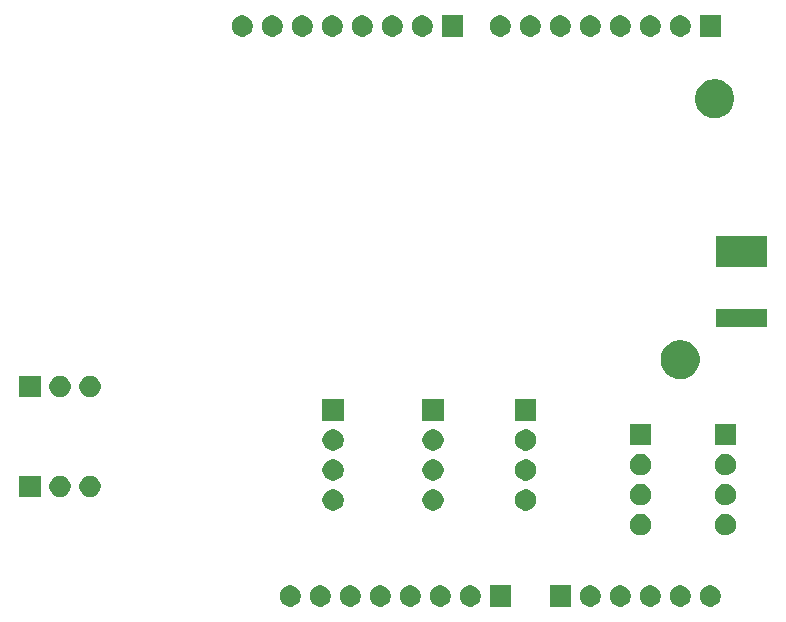
<source format=gbr>
G04 #@! TF.GenerationSoftware,KiCad,Pcbnew,(5.1.5)-3*
G04 #@! TF.CreationDate,2020-07-30T14:07:20+07:00*
G04 #@! TF.ProjectId,lora_shield,6c6f7261-5f73-4686-9965-6c642e6b6963,rev?*
G04 #@! TF.SameCoordinates,Original*
G04 #@! TF.FileFunction,Soldermask,Bot*
G04 #@! TF.FilePolarity,Negative*
%FSLAX46Y46*%
G04 Gerber Fmt 4.6, Leading zero omitted, Abs format (unit mm)*
G04 Created by KiCad (PCBNEW (5.1.5)-3) date 2020-07-30 14:07:20*
%MOMM*%
%LPD*%
G04 APERTURE LIST*
%ADD10C,0.100000*%
G04 APERTURE END LIST*
D10*
G36*
X171944512Y-112641927D02*
G01*
X172093812Y-112671624D01*
X172257784Y-112739544D01*
X172405354Y-112838147D01*
X172530853Y-112963646D01*
X172629456Y-113111216D01*
X172697376Y-113275188D01*
X172732000Y-113449259D01*
X172732000Y-113626741D01*
X172697376Y-113800812D01*
X172629456Y-113964784D01*
X172530853Y-114112354D01*
X172405354Y-114237853D01*
X172257784Y-114336456D01*
X172093812Y-114404376D01*
X171944512Y-114434073D01*
X171919742Y-114439000D01*
X171742258Y-114439000D01*
X171717488Y-114434073D01*
X171568188Y-114404376D01*
X171404216Y-114336456D01*
X171256646Y-114237853D01*
X171131147Y-114112354D01*
X171032544Y-113964784D01*
X170964624Y-113800812D01*
X170930000Y-113626741D01*
X170930000Y-113449259D01*
X170964624Y-113275188D01*
X171032544Y-113111216D01*
X171131147Y-112963646D01*
X171256646Y-112838147D01*
X171404216Y-112739544D01*
X171568188Y-112671624D01*
X171717488Y-112641927D01*
X171742258Y-112637000D01*
X171919742Y-112637000D01*
X171944512Y-112641927D01*
G37*
G36*
X161784512Y-112641927D02*
G01*
X161933812Y-112671624D01*
X162097784Y-112739544D01*
X162245354Y-112838147D01*
X162370853Y-112963646D01*
X162469456Y-113111216D01*
X162537376Y-113275188D01*
X162572000Y-113449259D01*
X162572000Y-113626741D01*
X162537376Y-113800812D01*
X162469456Y-113964784D01*
X162370853Y-114112354D01*
X162245354Y-114237853D01*
X162097784Y-114336456D01*
X161933812Y-114404376D01*
X161784512Y-114434073D01*
X161759742Y-114439000D01*
X161582258Y-114439000D01*
X161557488Y-114434073D01*
X161408188Y-114404376D01*
X161244216Y-114336456D01*
X161096646Y-114237853D01*
X160971147Y-114112354D01*
X160872544Y-113964784D01*
X160804624Y-113800812D01*
X160770000Y-113626741D01*
X160770000Y-113449259D01*
X160804624Y-113275188D01*
X160872544Y-113111216D01*
X160971147Y-112963646D01*
X161096646Y-112838147D01*
X161244216Y-112739544D01*
X161408188Y-112671624D01*
X161557488Y-112641927D01*
X161582258Y-112637000D01*
X161759742Y-112637000D01*
X161784512Y-112641927D01*
G37*
G36*
X160032000Y-114439000D02*
G01*
X158230000Y-114439000D01*
X158230000Y-112637000D01*
X160032000Y-112637000D01*
X160032000Y-114439000D01*
G37*
G36*
X164324512Y-112641927D02*
G01*
X164473812Y-112671624D01*
X164637784Y-112739544D01*
X164785354Y-112838147D01*
X164910853Y-112963646D01*
X165009456Y-113111216D01*
X165077376Y-113275188D01*
X165112000Y-113449259D01*
X165112000Y-113626741D01*
X165077376Y-113800812D01*
X165009456Y-113964784D01*
X164910853Y-114112354D01*
X164785354Y-114237853D01*
X164637784Y-114336456D01*
X164473812Y-114404376D01*
X164324512Y-114434073D01*
X164299742Y-114439000D01*
X164122258Y-114439000D01*
X164097488Y-114434073D01*
X163948188Y-114404376D01*
X163784216Y-114336456D01*
X163636646Y-114237853D01*
X163511147Y-114112354D01*
X163412544Y-113964784D01*
X163344624Y-113800812D01*
X163310000Y-113626741D01*
X163310000Y-113449259D01*
X163344624Y-113275188D01*
X163412544Y-113111216D01*
X163511147Y-112963646D01*
X163636646Y-112838147D01*
X163784216Y-112739544D01*
X163948188Y-112671624D01*
X164097488Y-112641927D01*
X164122258Y-112637000D01*
X164299742Y-112637000D01*
X164324512Y-112641927D01*
G37*
G36*
X166864512Y-112641927D02*
G01*
X167013812Y-112671624D01*
X167177784Y-112739544D01*
X167325354Y-112838147D01*
X167450853Y-112963646D01*
X167549456Y-113111216D01*
X167617376Y-113275188D01*
X167652000Y-113449259D01*
X167652000Y-113626741D01*
X167617376Y-113800812D01*
X167549456Y-113964784D01*
X167450853Y-114112354D01*
X167325354Y-114237853D01*
X167177784Y-114336456D01*
X167013812Y-114404376D01*
X166864512Y-114434073D01*
X166839742Y-114439000D01*
X166662258Y-114439000D01*
X166637488Y-114434073D01*
X166488188Y-114404376D01*
X166324216Y-114336456D01*
X166176646Y-114237853D01*
X166051147Y-114112354D01*
X165952544Y-113964784D01*
X165884624Y-113800812D01*
X165850000Y-113626741D01*
X165850000Y-113449259D01*
X165884624Y-113275188D01*
X165952544Y-113111216D01*
X166051147Y-112963646D01*
X166176646Y-112838147D01*
X166324216Y-112739544D01*
X166488188Y-112671624D01*
X166637488Y-112641927D01*
X166662258Y-112637000D01*
X166839742Y-112637000D01*
X166864512Y-112641927D01*
G37*
G36*
X169404512Y-112641927D02*
G01*
X169553812Y-112671624D01*
X169717784Y-112739544D01*
X169865354Y-112838147D01*
X169990853Y-112963646D01*
X170089456Y-113111216D01*
X170157376Y-113275188D01*
X170192000Y-113449259D01*
X170192000Y-113626741D01*
X170157376Y-113800812D01*
X170089456Y-113964784D01*
X169990853Y-114112354D01*
X169865354Y-114237853D01*
X169717784Y-114336456D01*
X169553812Y-114404376D01*
X169404512Y-114434073D01*
X169379742Y-114439000D01*
X169202258Y-114439000D01*
X169177488Y-114434073D01*
X169028188Y-114404376D01*
X168864216Y-114336456D01*
X168716646Y-114237853D01*
X168591147Y-114112354D01*
X168492544Y-113964784D01*
X168424624Y-113800812D01*
X168390000Y-113626741D01*
X168390000Y-113449259D01*
X168424624Y-113275188D01*
X168492544Y-113111216D01*
X168591147Y-112963646D01*
X168716646Y-112838147D01*
X168864216Y-112739544D01*
X169028188Y-112671624D01*
X169177488Y-112641927D01*
X169202258Y-112637000D01*
X169379742Y-112637000D01*
X169404512Y-112641927D01*
G37*
G36*
X154952000Y-114439000D02*
G01*
X153150000Y-114439000D01*
X153150000Y-112637000D01*
X154952000Y-112637000D01*
X154952000Y-114439000D01*
G37*
G36*
X151624512Y-112641927D02*
G01*
X151773812Y-112671624D01*
X151937784Y-112739544D01*
X152085354Y-112838147D01*
X152210853Y-112963646D01*
X152309456Y-113111216D01*
X152377376Y-113275188D01*
X152412000Y-113449259D01*
X152412000Y-113626741D01*
X152377376Y-113800812D01*
X152309456Y-113964784D01*
X152210853Y-114112354D01*
X152085354Y-114237853D01*
X151937784Y-114336456D01*
X151773812Y-114404376D01*
X151624512Y-114434073D01*
X151599742Y-114439000D01*
X151422258Y-114439000D01*
X151397488Y-114434073D01*
X151248188Y-114404376D01*
X151084216Y-114336456D01*
X150936646Y-114237853D01*
X150811147Y-114112354D01*
X150712544Y-113964784D01*
X150644624Y-113800812D01*
X150610000Y-113626741D01*
X150610000Y-113449259D01*
X150644624Y-113275188D01*
X150712544Y-113111216D01*
X150811147Y-112963646D01*
X150936646Y-112838147D01*
X151084216Y-112739544D01*
X151248188Y-112671624D01*
X151397488Y-112641927D01*
X151422258Y-112637000D01*
X151599742Y-112637000D01*
X151624512Y-112641927D01*
G37*
G36*
X146544512Y-112641927D02*
G01*
X146693812Y-112671624D01*
X146857784Y-112739544D01*
X147005354Y-112838147D01*
X147130853Y-112963646D01*
X147229456Y-113111216D01*
X147297376Y-113275188D01*
X147332000Y-113449259D01*
X147332000Y-113626741D01*
X147297376Y-113800812D01*
X147229456Y-113964784D01*
X147130853Y-114112354D01*
X147005354Y-114237853D01*
X146857784Y-114336456D01*
X146693812Y-114404376D01*
X146544512Y-114434073D01*
X146519742Y-114439000D01*
X146342258Y-114439000D01*
X146317488Y-114434073D01*
X146168188Y-114404376D01*
X146004216Y-114336456D01*
X145856646Y-114237853D01*
X145731147Y-114112354D01*
X145632544Y-113964784D01*
X145564624Y-113800812D01*
X145530000Y-113626741D01*
X145530000Y-113449259D01*
X145564624Y-113275188D01*
X145632544Y-113111216D01*
X145731147Y-112963646D01*
X145856646Y-112838147D01*
X146004216Y-112739544D01*
X146168188Y-112671624D01*
X146317488Y-112641927D01*
X146342258Y-112637000D01*
X146519742Y-112637000D01*
X146544512Y-112641927D01*
G37*
G36*
X144004512Y-112641927D02*
G01*
X144153812Y-112671624D01*
X144317784Y-112739544D01*
X144465354Y-112838147D01*
X144590853Y-112963646D01*
X144689456Y-113111216D01*
X144757376Y-113275188D01*
X144792000Y-113449259D01*
X144792000Y-113626741D01*
X144757376Y-113800812D01*
X144689456Y-113964784D01*
X144590853Y-114112354D01*
X144465354Y-114237853D01*
X144317784Y-114336456D01*
X144153812Y-114404376D01*
X144004512Y-114434073D01*
X143979742Y-114439000D01*
X143802258Y-114439000D01*
X143777488Y-114434073D01*
X143628188Y-114404376D01*
X143464216Y-114336456D01*
X143316646Y-114237853D01*
X143191147Y-114112354D01*
X143092544Y-113964784D01*
X143024624Y-113800812D01*
X142990000Y-113626741D01*
X142990000Y-113449259D01*
X143024624Y-113275188D01*
X143092544Y-113111216D01*
X143191147Y-112963646D01*
X143316646Y-112838147D01*
X143464216Y-112739544D01*
X143628188Y-112671624D01*
X143777488Y-112641927D01*
X143802258Y-112637000D01*
X143979742Y-112637000D01*
X144004512Y-112641927D01*
G37*
G36*
X141464512Y-112641927D02*
G01*
X141613812Y-112671624D01*
X141777784Y-112739544D01*
X141925354Y-112838147D01*
X142050853Y-112963646D01*
X142149456Y-113111216D01*
X142217376Y-113275188D01*
X142252000Y-113449259D01*
X142252000Y-113626741D01*
X142217376Y-113800812D01*
X142149456Y-113964784D01*
X142050853Y-114112354D01*
X141925354Y-114237853D01*
X141777784Y-114336456D01*
X141613812Y-114404376D01*
X141464512Y-114434073D01*
X141439742Y-114439000D01*
X141262258Y-114439000D01*
X141237488Y-114434073D01*
X141088188Y-114404376D01*
X140924216Y-114336456D01*
X140776646Y-114237853D01*
X140651147Y-114112354D01*
X140552544Y-113964784D01*
X140484624Y-113800812D01*
X140450000Y-113626741D01*
X140450000Y-113449259D01*
X140484624Y-113275188D01*
X140552544Y-113111216D01*
X140651147Y-112963646D01*
X140776646Y-112838147D01*
X140924216Y-112739544D01*
X141088188Y-112671624D01*
X141237488Y-112641927D01*
X141262258Y-112637000D01*
X141439742Y-112637000D01*
X141464512Y-112641927D01*
G37*
G36*
X138924512Y-112641927D02*
G01*
X139073812Y-112671624D01*
X139237784Y-112739544D01*
X139385354Y-112838147D01*
X139510853Y-112963646D01*
X139609456Y-113111216D01*
X139677376Y-113275188D01*
X139712000Y-113449259D01*
X139712000Y-113626741D01*
X139677376Y-113800812D01*
X139609456Y-113964784D01*
X139510853Y-114112354D01*
X139385354Y-114237853D01*
X139237784Y-114336456D01*
X139073812Y-114404376D01*
X138924512Y-114434073D01*
X138899742Y-114439000D01*
X138722258Y-114439000D01*
X138697488Y-114434073D01*
X138548188Y-114404376D01*
X138384216Y-114336456D01*
X138236646Y-114237853D01*
X138111147Y-114112354D01*
X138012544Y-113964784D01*
X137944624Y-113800812D01*
X137910000Y-113626741D01*
X137910000Y-113449259D01*
X137944624Y-113275188D01*
X138012544Y-113111216D01*
X138111147Y-112963646D01*
X138236646Y-112838147D01*
X138384216Y-112739544D01*
X138548188Y-112671624D01*
X138697488Y-112641927D01*
X138722258Y-112637000D01*
X138899742Y-112637000D01*
X138924512Y-112641927D01*
G37*
G36*
X136384512Y-112641927D02*
G01*
X136533812Y-112671624D01*
X136697784Y-112739544D01*
X136845354Y-112838147D01*
X136970853Y-112963646D01*
X137069456Y-113111216D01*
X137137376Y-113275188D01*
X137172000Y-113449259D01*
X137172000Y-113626741D01*
X137137376Y-113800812D01*
X137069456Y-113964784D01*
X136970853Y-114112354D01*
X136845354Y-114237853D01*
X136697784Y-114336456D01*
X136533812Y-114404376D01*
X136384512Y-114434073D01*
X136359742Y-114439000D01*
X136182258Y-114439000D01*
X136157488Y-114434073D01*
X136008188Y-114404376D01*
X135844216Y-114336456D01*
X135696646Y-114237853D01*
X135571147Y-114112354D01*
X135472544Y-113964784D01*
X135404624Y-113800812D01*
X135370000Y-113626741D01*
X135370000Y-113449259D01*
X135404624Y-113275188D01*
X135472544Y-113111216D01*
X135571147Y-112963646D01*
X135696646Y-112838147D01*
X135844216Y-112739544D01*
X136008188Y-112671624D01*
X136157488Y-112641927D01*
X136182258Y-112637000D01*
X136359742Y-112637000D01*
X136384512Y-112641927D01*
G37*
G36*
X149084512Y-112641927D02*
G01*
X149233812Y-112671624D01*
X149397784Y-112739544D01*
X149545354Y-112838147D01*
X149670853Y-112963646D01*
X149769456Y-113111216D01*
X149837376Y-113275188D01*
X149872000Y-113449259D01*
X149872000Y-113626741D01*
X149837376Y-113800812D01*
X149769456Y-113964784D01*
X149670853Y-114112354D01*
X149545354Y-114237853D01*
X149397784Y-114336456D01*
X149233812Y-114404376D01*
X149084512Y-114434073D01*
X149059742Y-114439000D01*
X148882258Y-114439000D01*
X148857488Y-114434073D01*
X148708188Y-114404376D01*
X148544216Y-114336456D01*
X148396646Y-114237853D01*
X148271147Y-114112354D01*
X148172544Y-113964784D01*
X148104624Y-113800812D01*
X148070000Y-113626741D01*
X148070000Y-113449259D01*
X148104624Y-113275188D01*
X148172544Y-113111216D01*
X148271147Y-112963646D01*
X148396646Y-112838147D01*
X148544216Y-112739544D01*
X148708188Y-112671624D01*
X148857488Y-112641927D01*
X148882258Y-112637000D01*
X149059742Y-112637000D01*
X149084512Y-112641927D01*
G37*
G36*
X166039012Y-106609427D02*
G01*
X166188312Y-106639124D01*
X166352284Y-106707044D01*
X166499854Y-106805647D01*
X166625353Y-106931146D01*
X166723956Y-107078716D01*
X166791876Y-107242688D01*
X166826500Y-107416759D01*
X166826500Y-107594241D01*
X166791876Y-107768312D01*
X166723956Y-107932284D01*
X166625353Y-108079854D01*
X166499854Y-108205353D01*
X166352284Y-108303956D01*
X166188312Y-108371876D01*
X166039012Y-108401573D01*
X166014242Y-108406500D01*
X165836758Y-108406500D01*
X165811988Y-108401573D01*
X165662688Y-108371876D01*
X165498716Y-108303956D01*
X165351146Y-108205353D01*
X165225647Y-108079854D01*
X165127044Y-107932284D01*
X165059124Y-107768312D01*
X165024500Y-107594241D01*
X165024500Y-107416759D01*
X165059124Y-107242688D01*
X165127044Y-107078716D01*
X165225647Y-106931146D01*
X165351146Y-106805647D01*
X165498716Y-106707044D01*
X165662688Y-106639124D01*
X165811988Y-106609427D01*
X165836758Y-106604500D01*
X166014242Y-106604500D01*
X166039012Y-106609427D01*
G37*
G36*
X173229012Y-106609427D02*
G01*
X173378312Y-106639124D01*
X173542284Y-106707044D01*
X173689854Y-106805647D01*
X173815353Y-106931146D01*
X173913956Y-107078716D01*
X173981876Y-107242688D01*
X174016500Y-107416759D01*
X174016500Y-107594241D01*
X173981876Y-107768312D01*
X173913956Y-107932284D01*
X173815353Y-108079854D01*
X173689854Y-108205353D01*
X173542284Y-108303956D01*
X173378312Y-108371876D01*
X173229012Y-108401573D01*
X173204242Y-108406500D01*
X173026758Y-108406500D01*
X173001988Y-108401573D01*
X172852688Y-108371876D01*
X172688716Y-108303956D01*
X172541146Y-108205353D01*
X172415647Y-108079854D01*
X172317044Y-107932284D01*
X172249124Y-107768312D01*
X172214500Y-107594241D01*
X172214500Y-107416759D01*
X172249124Y-107242688D01*
X172317044Y-107078716D01*
X172415647Y-106931146D01*
X172541146Y-106805647D01*
X172688716Y-106707044D01*
X172852688Y-106639124D01*
X173001988Y-106609427D01*
X173026758Y-106604500D01*
X173204242Y-106604500D01*
X173229012Y-106609427D01*
G37*
G36*
X156323512Y-104513927D02*
G01*
X156472812Y-104543624D01*
X156636784Y-104611544D01*
X156784354Y-104710147D01*
X156909853Y-104835646D01*
X157008456Y-104983216D01*
X157076376Y-105147188D01*
X157111000Y-105321259D01*
X157111000Y-105498741D01*
X157076376Y-105672812D01*
X157008456Y-105836784D01*
X156909853Y-105984354D01*
X156784354Y-106109853D01*
X156636784Y-106208456D01*
X156472812Y-106276376D01*
X156323512Y-106306073D01*
X156298742Y-106311000D01*
X156121258Y-106311000D01*
X156096488Y-106306073D01*
X155947188Y-106276376D01*
X155783216Y-106208456D01*
X155635646Y-106109853D01*
X155510147Y-105984354D01*
X155411544Y-105836784D01*
X155343624Y-105672812D01*
X155309000Y-105498741D01*
X155309000Y-105321259D01*
X155343624Y-105147188D01*
X155411544Y-104983216D01*
X155510147Y-104835646D01*
X155635646Y-104710147D01*
X155783216Y-104611544D01*
X155947188Y-104543624D01*
X156096488Y-104513927D01*
X156121258Y-104509000D01*
X156298742Y-104509000D01*
X156323512Y-104513927D01*
G37*
G36*
X140016712Y-104513927D02*
G01*
X140166012Y-104543624D01*
X140329984Y-104611544D01*
X140477554Y-104710147D01*
X140603053Y-104835646D01*
X140701656Y-104983216D01*
X140769576Y-105147188D01*
X140804200Y-105321259D01*
X140804200Y-105498741D01*
X140769576Y-105672812D01*
X140701656Y-105836784D01*
X140603053Y-105984354D01*
X140477554Y-106109853D01*
X140329984Y-106208456D01*
X140166012Y-106276376D01*
X140016712Y-106306073D01*
X139991942Y-106311000D01*
X139814458Y-106311000D01*
X139789688Y-106306073D01*
X139640388Y-106276376D01*
X139476416Y-106208456D01*
X139328846Y-106109853D01*
X139203347Y-105984354D01*
X139104744Y-105836784D01*
X139036824Y-105672812D01*
X139002200Y-105498741D01*
X139002200Y-105321259D01*
X139036824Y-105147188D01*
X139104744Y-104983216D01*
X139203347Y-104835646D01*
X139328846Y-104710147D01*
X139476416Y-104611544D01*
X139640388Y-104543624D01*
X139789688Y-104513927D01*
X139814458Y-104509000D01*
X139991942Y-104509000D01*
X140016712Y-104513927D01*
G37*
G36*
X148476712Y-104513927D02*
G01*
X148626012Y-104543624D01*
X148789984Y-104611544D01*
X148937554Y-104710147D01*
X149063053Y-104835646D01*
X149161656Y-104983216D01*
X149229576Y-105147188D01*
X149264200Y-105321259D01*
X149264200Y-105498741D01*
X149229576Y-105672812D01*
X149161656Y-105836784D01*
X149063053Y-105984354D01*
X148937554Y-106109853D01*
X148789984Y-106208456D01*
X148626012Y-106276376D01*
X148476712Y-106306073D01*
X148451942Y-106311000D01*
X148274458Y-106311000D01*
X148249688Y-106306073D01*
X148100388Y-106276376D01*
X147936416Y-106208456D01*
X147788846Y-106109853D01*
X147663347Y-105984354D01*
X147564744Y-105836784D01*
X147496824Y-105672812D01*
X147462200Y-105498741D01*
X147462200Y-105321259D01*
X147496824Y-105147188D01*
X147564744Y-104983216D01*
X147663347Y-104835646D01*
X147788846Y-104710147D01*
X147936416Y-104611544D01*
X148100388Y-104543624D01*
X148249688Y-104513927D01*
X148274458Y-104509000D01*
X148451942Y-104509000D01*
X148476712Y-104513927D01*
G37*
G36*
X166039012Y-104069427D02*
G01*
X166188312Y-104099124D01*
X166352284Y-104167044D01*
X166499854Y-104265647D01*
X166625353Y-104391146D01*
X166723956Y-104538716D01*
X166791876Y-104702688D01*
X166826500Y-104876759D01*
X166826500Y-105054241D01*
X166791876Y-105228312D01*
X166723956Y-105392284D01*
X166625353Y-105539854D01*
X166499854Y-105665353D01*
X166352284Y-105763956D01*
X166188312Y-105831876D01*
X166039012Y-105861573D01*
X166014242Y-105866500D01*
X165836758Y-105866500D01*
X165811988Y-105861573D01*
X165662688Y-105831876D01*
X165498716Y-105763956D01*
X165351146Y-105665353D01*
X165225647Y-105539854D01*
X165127044Y-105392284D01*
X165059124Y-105228312D01*
X165024500Y-105054241D01*
X165024500Y-104876759D01*
X165059124Y-104702688D01*
X165127044Y-104538716D01*
X165225647Y-104391146D01*
X165351146Y-104265647D01*
X165498716Y-104167044D01*
X165662688Y-104099124D01*
X165811988Y-104069427D01*
X165836758Y-104064500D01*
X166014242Y-104064500D01*
X166039012Y-104069427D01*
G37*
G36*
X173229012Y-104069427D02*
G01*
X173378312Y-104099124D01*
X173542284Y-104167044D01*
X173689854Y-104265647D01*
X173815353Y-104391146D01*
X173913956Y-104538716D01*
X173981876Y-104702688D01*
X174016500Y-104876759D01*
X174016500Y-105054241D01*
X173981876Y-105228312D01*
X173913956Y-105392284D01*
X173815353Y-105539854D01*
X173689854Y-105665353D01*
X173542284Y-105763956D01*
X173378312Y-105831876D01*
X173229012Y-105861573D01*
X173204242Y-105866500D01*
X173026758Y-105866500D01*
X173001988Y-105861573D01*
X172852688Y-105831876D01*
X172688716Y-105763956D01*
X172541146Y-105665353D01*
X172415647Y-105539854D01*
X172317044Y-105392284D01*
X172249124Y-105228312D01*
X172214500Y-105054241D01*
X172214500Y-104876759D01*
X172249124Y-104702688D01*
X172317044Y-104538716D01*
X172415647Y-104391146D01*
X172541146Y-104265647D01*
X172688716Y-104167044D01*
X172852688Y-104099124D01*
X173001988Y-104069427D01*
X173026758Y-104064500D01*
X173204242Y-104064500D01*
X173229012Y-104069427D01*
G37*
G36*
X119430012Y-103370927D02*
G01*
X119579312Y-103400624D01*
X119743284Y-103468544D01*
X119890854Y-103567147D01*
X120016353Y-103692646D01*
X120114956Y-103840216D01*
X120182876Y-104004188D01*
X120217500Y-104178259D01*
X120217500Y-104355741D01*
X120182876Y-104529812D01*
X120114956Y-104693784D01*
X120016353Y-104841354D01*
X119890854Y-104966853D01*
X119743284Y-105065456D01*
X119579312Y-105133376D01*
X119430012Y-105163073D01*
X119405242Y-105168000D01*
X119227758Y-105168000D01*
X119202988Y-105163073D01*
X119053688Y-105133376D01*
X118889716Y-105065456D01*
X118742146Y-104966853D01*
X118616647Y-104841354D01*
X118518044Y-104693784D01*
X118450124Y-104529812D01*
X118415500Y-104355741D01*
X118415500Y-104178259D01*
X118450124Y-104004188D01*
X118518044Y-103840216D01*
X118616647Y-103692646D01*
X118742146Y-103567147D01*
X118889716Y-103468544D01*
X119053688Y-103400624D01*
X119202988Y-103370927D01*
X119227758Y-103366000D01*
X119405242Y-103366000D01*
X119430012Y-103370927D01*
G37*
G36*
X116890012Y-103370927D02*
G01*
X117039312Y-103400624D01*
X117203284Y-103468544D01*
X117350854Y-103567147D01*
X117476353Y-103692646D01*
X117574956Y-103840216D01*
X117642876Y-104004188D01*
X117677500Y-104178259D01*
X117677500Y-104355741D01*
X117642876Y-104529812D01*
X117574956Y-104693784D01*
X117476353Y-104841354D01*
X117350854Y-104966853D01*
X117203284Y-105065456D01*
X117039312Y-105133376D01*
X116890012Y-105163073D01*
X116865242Y-105168000D01*
X116687758Y-105168000D01*
X116662988Y-105163073D01*
X116513688Y-105133376D01*
X116349716Y-105065456D01*
X116202146Y-104966853D01*
X116076647Y-104841354D01*
X115978044Y-104693784D01*
X115910124Y-104529812D01*
X115875500Y-104355741D01*
X115875500Y-104178259D01*
X115910124Y-104004188D01*
X115978044Y-103840216D01*
X116076647Y-103692646D01*
X116202146Y-103567147D01*
X116349716Y-103468544D01*
X116513688Y-103400624D01*
X116662988Y-103370927D01*
X116687758Y-103366000D01*
X116865242Y-103366000D01*
X116890012Y-103370927D01*
G37*
G36*
X115137500Y-105168000D02*
G01*
X113335500Y-105168000D01*
X113335500Y-103366000D01*
X115137500Y-103366000D01*
X115137500Y-105168000D01*
G37*
G36*
X140016712Y-101973927D02*
G01*
X140166012Y-102003624D01*
X140329984Y-102071544D01*
X140477554Y-102170147D01*
X140603053Y-102295646D01*
X140701656Y-102443216D01*
X140769576Y-102607188D01*
X140804200Y-102781259D01*
X140804200Y-102958741D01*
X140769576Y-103132812D01*
X140701656Y-103296784D01*
X140603053Y-103444354D01*
X140477554Y-103569853D01*
X140329984Y-103668456D01*
X140166012Y-103736376D01*
X140016712Y-103766073D01*
X139991942Y-103771000D01*
X139814458Y-103771000D01*
X139789688Y-103766073D01*
X139640388Y-103736376D01*
X139476416Y-103668456D01*
X139328846Y-103569853D01*
X139203347Y-103444354D01*
X139104744Y-103296784D01*
X139036824Y-103132812D01*
X139002200Y-102958741D01*
X139002200Y-102781259D01*
X139036824Y-102607188D01*
X139104744Y-102443216D01*
X139203347Y-102295646D01*
X139328846Y-102170147D01*
X139476416Y-102071544D01*
X139640388Y-102003624D01*
X139789688Y-101973927D01*
X139814458Y-101969000D01*
X139991942Y-101969000D01*
X140016712Y-101973927D01*
G37*
G36*
X148476712Y-101973927D02*
G01*
X148626012Y-102003624D01*
X148789984Y-102071544D01*
X148937554Y-102170147D01*
X149063053Y-102295646D01*
X149161656Y-102443216D01*
X149229576Y-102607188D01*
X149264200Y-102781259D01*
X149264200Y-102958741D01*
X149229576Y-103132812D01*
X149161656Y-103296784D01*
X149063053Y-103444354D01*
X148937554Y-103569853D01*
X148789984Y-103668456D01*
X148626012Y-103736376D01*
X148476712Y-103766073D01*
X148451942Y-103771000D01*
X148274458Y-103771000D01*
X148249688Y-103766073D01*
X148100388Y-103736376D01*
X147936416Y-103668456D01*
X147788846Y-103569853D01*
X147663347Y-103444354D01*
X147564744Y-103296784D01*
X147496824Y-103132812D01*
X147462200Y-102958741D01*
X147462200Y-102781259D01*
X147496824Y-102607188D01*
X147564744Y-102443216D01*
X147663347Y-102295646D01*
X147788846Y-102170147D01*
X147936416Y-102071544D01*
X148100388Y-102003624D01*
X148249688Y-101973927D01*
X148274458Y-101969000D01*
X148451942Y-101969000D01*
X148476712Y-101973927D01*
G37*
G36*
X156323512Y-101973927D02*
G01*
X156472812Y-102003624D01*
X156636784Y-102071544D01*
X156784354Y-102170147D01*
X156909853Y-102295646D01*
X157008456Y-102443216D01*
X157076376Y-102607188D01*
X157111000Y-102781259D01*
X157111000Y-102958741D01*
X157076376Y-103132812D01*
X157008456Y-103296784D01*
X156909853Y-103444354D01*
X156784354Y-103569853D01*
X156636784Y-103668456D01*
X156472812Y-103736376D01*
X156323512Y-103766073D01*
X156298742Y-103771000D01*
X156121258Y-103771000D01*
X156096488Y-103766073D01*
X155947188Y-103736376D01*
X155783216Y-103668456D01*
X155635646Y-103569853D01*
X155510147Y-103444354D01*
X155411544Y-103296784D01*
X155343624Y-103132812D01*
X155309000Y-102958741D01*
X155309000Y-102781259D01*
X155343624Y-102607188D01*
X155411544Y-102443216D01*
X155510147Y-102295646D01*
X155635646Y-102170147D01*
X155783216Y-102071544D01*
X155947188Y-102003624D01*
X156096488Y-101973927D01*
X156121258Y-101969000D01*
X156298742Y-101969000D01*
X156323512Y-101973927D01*
G37*
G36*
X173229012Y-101529427D02*
G01*
X173378312Y-101559124D01*
X173542284Y-101627044D01*
X173689854Y-101725647D01*
X173815353Y-101851146D01*
X173913956Y-101998716D01*
X173981876Y-102162688D01*
X174016500Y-102336759D01*
X174016500Y-102514241D01*
X173981876Y-102688312D01*
X173913956Y-102852284D01*
X173815353Y-102999854D01*
X173689854Y-103125353D01*
X173542284Y-103223956D01*
X173378312Y-103291876D01*
X173229012Y-103321573D01*
X173204242Y-103326500D01*
X173026758Y-103326500D01*
X173001988Y-103321573D01*
X172852688Y-103291876D01*
X172688716Y-103223956D01*
X172541146Y-103125353D01*
X172415647Y-102999854D01*
X172317044Y-102852284D01*
X172249124Y-102688312D01*
X172214500Y-102514241D01*
X172214500Y-102336759D01*
X172249124Y-102162688D01*
X172317044Y-101998716D01*
X172415647Y-101851146D01*
X172541146Y-101725647D01*
X172688716Y-101627044D01*
X172852688Y-101559124D01*
X173001988Y-101529427D01*
X173026758Y-101524500D01*
X173204242Y-101524500D01*
X173229012Y-101529427D01*
G37*
G36*
X166039012Y-101529427D02*
G01*
X166188312Y-101559124D01*
X166352284Y-101627044D01*
X166499854Y-101725647D01*
X166625353Y-101851146D01*
X166723956Y-101998716D01*
X166791876Y-102162688D01*
X166826500Y-102336759D01*
X166826500Y-102514241D01*
X166791876Y-102688312D01*
X166723956Y-102852284D01*
X166625353Y-102999854D01*
X166499854Y-103125353D01*
X166352284Y-103223956D01*
X166188312Y-103291876D01*
X166039012Y-103321573D01*
X166014242Y-103326500D01*
X165836758Y-103326500D01*
X165811988Y-103321573D01*
X165662688Y-103291876D01*
X165498716Y-103223956D01*
X165351146Y-103125353D01*
X165225647Y-102999854D01*
X165127044Y-102852284D01*
X165059124Y-102688312D01*
X165024500Y-102514241D01*
X165024500Y-102336759D01*
X165059124Y-102162688D01*
X165127044Y-101998716D01*
X165225647Y-101851146D01*
X165351146Y-101725647D01*
X165498716Y-101627044D01*
X165662688Y-101559124D01*
X165811988Y-101529427D01*
X165836758Y-101524500D01*
X166014242Y-101524500D01*
X166039012Y-101529427D01*
G37*
G36*
X148476712Y-99433927D02*
G01*
X148626012Y-99463624D01*
X148789984Y-99531544D01*
X148937554Y-99630147D01*
X149063053Y-99755646D01*
X149161656Y-99903216D01*
X149229576Y-100067188D01*
X149264200Y-100241259D01*
X149264200Y-100418741D01*
X149229576Y-100592812D01*
X149161656Y-100756784D01*
X149063053Y-100904354D01*
X148937554Y-101029853D01*
X148789984Y-101128456D01*
X148626012Y-101196376D01*
X148476712Y-101226073D01*
X148451942Y-101231000D01*
X148274458Y-101231000D01*
X148249688Y-101226073D01*
X148100388Y-101196376D01*
X147936416Y-101128456D01*
X147788846Y-101029853D01*
X147663347Y-100904354D01*
X147564744Y-100756784D01*
X147496824Y-100592812D01*
X147462200Y-100418741D01*
X147462200Y-100241259D01*
X147496824Y-100067188D01*
X147564744Y-99903216D01*
X147663347Y-99755646D01*
X147788846Y-99630147D01*
X147936416Y-99531544D01*
X148100388Y-99463624D01*
X148249688Y-99433927D01*
X148274458Y-99429000D01*
X148451942Y-99429000D01*
X148476712Y-99433927D01*
G37*
G36*
X156323512Y-99433927D02*
G01*
X156472812Y-99463624D01*
X156636784Y-99531544D01*
X156784354Y-99630147D01*
X156909853Y-99755646D01*
X157008456Y-99903216D01*
X157076376Y-100067188D01*
X157111000Y-100241259D01*
X157111000Y-100418741D01*
X157076376Y-100592812D01*
X157008456Y-100756784D01*
X156909853Y-100904354D01*
X156784354Y-101029853D01*
X156636784Y-101128456D01*
X156472812Y-101196376D01*
X156323512Y-101226073D01*
X156298742Y-101231000D01*
X156121258Y-101231000D01*
X156096488Y-101226073D01*
X155947188Y-101196376D01*
X155783216Y-101128456D01*
X155635646Y-101029853D01*
X155510147Y-100904354D01*
X155411544Y-100756784D01*
X155343624Y-100592812D01*
X155309000Y-100418741D01*
X155309000Y-100241259D01*
X155343624Y-100067188D01*
X155411544Y-99903216D01*
X155510147Y-99755646D01*
X155635646Y-99630147D01*
X155783216Y-99531544D01*
X155947188Y-99463624D01*
X156096488Y-99433927D01*
X156121258Y-99429000D01*
X156298742Y-99429000D01*
X156323512Y-99433927D01*
G37*
G36*
X140016712Y-99433927D02*
G01*
X140166012Y-99463624D01*
X140329984Y-99531544D01*
X140477554Y-99630147D01*
X140603053Y-99755646D01*
X140701656Y-99903216D01*
X140769576Y-100067188D01*
X140804200Y-100241259D01*
X140804200Y-100418741D01*
X140769576Y-100592812D01*
X140701656Y-100756784D01*
X140603053Y-100904354D01*
X140477554Y-101029853D01*
X140329984Y-101128456D01*
X140166012Y-101196376D01*
X140016712Y-101226073D01*
X139991942Y-101231000D01*
X139814458Y-101231000D01*
X139789688Y-101226073D01*
X139640388Y-101196376D01*
X139476416Y-101128456D01*
X139328846Y-101029853D01*
X139203347Y-100904354D01*
X139104744Y-100756784D01*
X139036824Y-100592812D01*
X139002200Y-100418741D01*
X139002200Y-100241259D01*
X139036824Y-100067188D01*
X139104744Y-99903216D01*
X139203347Y-99755646D01*
X139328846Y-99630147D01*
X139476416Y-99531544D01*
X139640388Y-99463624D01*
X139789688Y-99433927D01*
X139814458Y-99429000D01*
X139991942Y-99429000D01*
X140016712Y-99433927D01*
G37*
G36*
X166826500Y-100786500D02*
G01*
X165024500Y-100786500D01*
X165024500Y-98984500D01*
X166826500Y-98984500D01*
X166826500Y-100786500D01*
G37*
G36*
X174016500Y-100786500D02*
G01*
X172214500Y-100786500D01*
X172214500Y-98984500D01*
X174016500Y-98984500D01*
X174016500Y-100786500D01*
G37*
G36*
X140804200Y-98691000D02*
G01*
X139002200Y-98691000D01*
X139002200Y-96889000D01*
X140804200Y-96889000D01*
X140804200Y-98691000D01*
G37*
G36*
X157111000Y-98691000D02*
G01*
X155309000Y-98691000D01*
X155309000Y-96889000D01*
X157111000Y-96889000D01*
X157111000Y-98691000D01*
G37*
G36*
X149264200Y-98691000D02*
G01*
X147462200Y-98691000D01*
X147462200Y-96889000D01*
X149264200Y-96889000D01*
X149264200Y-98691000D01*
G37*
G36*
X116890012Y-94910927D02*
G01*
X117039312Y-94940624D01*
X117203284Y-95008544D01*
X117350854Y-95107147D01*
X117476353Y-95232646D01*
X117574956Y-95380216D01*
X117642876Y-95544188D01*
X117677500Y-95718259D01*
X117677500Y-95895741D01*
X117642876Y-96069812D01*
X117574956Y-96233784D01*
X117476353Y-96381354D01*
X117350854Y-96506853D01*
X117203284Y-96605456D01*
X117039312Y-96673376D01*
X116890012Y-96703073D01*
X116865242Y-96708000D01*
X116687758Y-96708000D01*
X116662988Y-96703073D01*
X116513688Y-96673376D01*
X116349716Y-96605456D01*
X116202146Y-96506853D01*
X116076647Y-96381354D01*
X115978044Y-96233784D01*
X115910124Y-96069812D01*
X115875500Y-95895741D01*
X115875500Y-95718259D01*
X115910124Y-95544188D01*
X115978044Y-95380216D01*
X116076647Y-95232646D01*
X116202146Y-95107147D01*
X116349716Y-95008544D01*
X116513688Y-94940624D01*
X116662988Y-94910927D01*
X116687758Y-94906000D01*
X116865242Y-94906000D01*
X116890012Y-94910927D01*
G37*
G36*
X119430012Y-94910927D02*
G01*
X119579312Y-94940624D01*
X119743284Y-95008544D01*
X119890854Y-95107147D01*
X120016353Y-95232646D01*
X120114956Y-95380216D01*
X120182876Y-95544188D01*
X120217500Y-95718259D01*
X120217500Y-95895741D01*
X120182876Y-96069812D01*
X120114956Y-96233784D01*
X120016353Y-96381354D01*
X119890854Y-96506853D01*
X119743284Y-96605456D01*
X119579312Y-96673376D01*
X119430012Y-96703073D01*
X119405242Y-96708000D01*
X119227758Y-96708000D01*
X119202988Y-96703073D01*
X119053688Y-96673376D01*
X118889716Y-96605456D01*
X118742146Y-96506853D01*
X118616647Y-96381354D01*
X118518044Y-96233784D01*
X118450124Y-96069812D01*
X118415500Y-95895741D01*
X118415500Y-95718259D01*
X118450124Y-95544188D01*
X118518044Y-95380216D01*
X118616647Y-95232646D01*
X118742146Y-95107147D01*
X118889716Y-95008544D01*
X119053688Y-94940624D01*
X119202988Y-94910927D01*
X119227758Y-94906000D01*
X119405242Y-94906000D01*
X119430012Y-94910927D01*
G37*
G36*
X115137500Y-96708000D02*
G01*
X113335500Y-96708000D01*
X113335500Y-94906000D01*
X115137500Y-94906000D01*
X115137500Y-96708000D01*
G37*
G36*
X169666256Y-91926798D02*
G01*
X169772579Y-91947947D01*
X170073042Y-92072403D01*
X170343451Y-92253085D01*
X170573415Y-92483049D01*
X170754097Y-92753458D01*
X170878553Y-93053921D01*
X170942000Y-93372891D01*
X170942000Y-93698109D01*
X170878553Y-94017079D01*
X170754097Y-94317542D01*
X170573415Y-94587951D01*
X170343451Y-94817915D01*
X170073042Y-94998597D01*
X169772579Y-95123053D01*
X169666256Y-95144202D01*
X169453611Y-95186500D01*
X169128389Y-95186500D01*
X168915744Y-95144202D01*
X168809421Y-95123053D01*
X168508958Y-94998597D01*
X168238549Y-94817915D01*
X168008585Y-94587951D01*
X167827903Y-94317542D01*
X167703447Y-94017079D01*
X167640000Y-93698109D01*
X167640000Y-93372891D01*
X167703447Y-93053921D01*
X167827903Y-92753458D01*
X168008585Y-92483049D01*
X168238549Y-92253085D01*
X168508958Y-92072403D01*
X168809421Y-91947947D01*
X168915744Y-91926798D01*
X169128389Y-91884500D01*
X169453611Y-91884500D01*
X169666256Y-91926798D01*
G37*
G36*
X176639500Y-90736500D02*
G01*
X172337500Y-90736500D01*
X172337500Y-89284500D01*
X176639500Y-89284500D01*
X176639500Y-90736500D01*
G37*
G36*
X176639499Y-85681500D02*
G01*
X172337501Y-85681500D01*
X172337501Y-83039500D01*
X176639499Y-83039500D01*
X176639499Y-85681500D01*
G37*
G36*
X172587256Y-69828798D02*
G01*
X172693579Y-69849947D01*
X172994042Y-69974403D01*
X173264451Y-70155085D01*
X173494415Y-70385049D01*
X173675097Y-70655458D01*
X173799553Y-70955921D01*
X173863000Y-71274891D01*
X173863000Y-71600109D01*
X173799553Y-71919079D01*
X173675097Y-72219542D01*
X173494415Y-72489951D01*
X173264451Y-72719915D01*
X172994042Y-72900597D01*
X172693579Y-73025053D01*
X172587256Y-73046202D01*
X172374611Y-73088500D01*
X172049389Y-73088500D01*
X171836744Y-73046202D01*
X171730421Y-73025053D01*
X171429958Y-72900597D01*
X171159549Y-72719915D01*
X170929585Y-72489951D01*
X170748903Y-72219542D01*
X170624447Y-71919079D01*
X170561000Y-71600109D01*
X170561000Y-71274891D01*
X170624447Y-70955921D01*
X170748903Y-70655458D01*
X170929585Y-70385049D01*
X171159549Y-70155085D01*
X171429958Y-69974403D01*
X171730421Y-69849947D01*
X171836744Y-69828798D01*
X172049389Y-69786500D01*
X172374611Y-69786500D01*
X172587256Y-69828798D01*
G37*
G36*
X172732000Y-66179000D02*
G01*
X170930000Y-66179000D01*
X170930000Y-64377000D01*
X172732000Y-64377000D01*
X172732000Y-66179000D01*
G37*
G36*
X169404512Y-64381927D02*
G01*
X169553812Y-64411624D01*
X169717784Y-64479544D01*
X169865354Y-64578147D01*
X169990853Y-64703646D01*
X170089456Y-64851216D01*
X170157376Y-65015188D01*
X170192000Y-65189259D01*
X170192000Y-65366741D01*
X170157376Y-65540812D01*
X170089456Y-65704784D01*
X169990853Y-65852354D01*
X169865354Y-65977853D01*
X169717784Y-66076456D01*
X169553812Y-66144376D01*
X169404512Y-66174073D01*
X169379742Y-66179000D01*
X169202258Y-66179000D01*
X169177488Y-66174073D01*
X169028188Y-66144376D01*
X168864216Y-66076456D01*
X168716646Y-65977853D01*
X168591147Y-65852354D01*
X168492544Y-65704784D01*
X168424624Y-65540812D01*
X168390000Y-65366741D01*
X168390000Y-65189259D01*
X168424624Y-65015188D01*
X168492544Y-64851216D01*
X168591147Y-64703646D01*
X168716646Y-64578147D01*
X168864216Y-64479544D01*
X169028188Y-64411624D01*
X169177488Y-64381927D01*
X169202258Y-64377000D01*
X169379742Y-64377000D01*
X169404512Y-64381927D01*
G37*
G36*
X166864512Y-64381927D02*
G01*
X167013812Y-64411624D01*
X167177784Y-64479544D01*
X167325354Y-64578147D01*
X167450853Y-64703646D01*
X167549456Y-64851216D01*
X167617376Y-65015188D01*
X167652000Y-65189259D01*
X167652000Y-65366741D01*
X167617376Y-65540812D01*
X167549456Y-65704784D01*
X167450853Y-65852354D01*
X167325354Y-65977853D01*
X167177784Y-66076456D01*
X167013812Y-66144376D01*
X166864512Y-66174073D01*
X166839742Y-66179000D01*
X166662258Y-66179000D01*
X166637488Y-66174073D01*
X166488188Y-66144376D01*
X166324216Y-66076456D01*
X166176646Y-65977853D01*
X166051147Y-65852354D01*
X165952544Y-65704784D01*
X165884624Y-65540812D01*
X165850000Y-65366741D01*
X165850000Y-65189259D01*
X165884624Y-65015188D01*
X165952544Y-64851216D01*
X166051147Y-64703646D01*
X166176646Y-64578147D01*
X166324216Y-64479544D01*
X166488188Y-64411624D01*
X166637488Y-64381927D01*
X166662258Y-64377000D01*
X166839742Y-64377000D01*
X166864512Y-64381927D01*
G37*
G36*
X164324512Y-64381927D02*
G01*
X164473812Y-64411624D01*
X164637784Y-64479544D01*
X164785354Y-64578147D01*
X164910853Y-64703646D01*
X165009456Y-64851216D01*
X165077376Y-65015188D01*
X165112000Y-65189259D01*
X165112000Y-65366741D01*
X165077376Y-65540812D01*
X165009456Y-65704784D01*
X164910853Y-65852354D01*
X164785354Y-65977853D01*
X164637784Y-66076456D01*
X164473812Y-66144376D01*
X164324512Y-66174073D01*
X164299742Y-66179000D01*
X164122258Y-66179000D01*
X164097488Y-66174073D01*
X163948188Y-66144376D01*
X163784216Y-66076456D01*
X163636646Y-65977853D01*
X163511147Y-65852354D01*
X163412544Y-65704784D01*
X163344624Y-65540812D01*
X163310000Y-65366741D01*
X163310000Y-65189259D01*
X163344624Y-65015188D01*
X163412544Y-64851216D01*
X163511147Y-64703646D01*
X163636646Y-64578147D01*
X163784216Y-64479544D01*
X163948188Y-64411624D01*
X164097488Y-64381927D01*
X164122258Y-64377000D01*
X164299742Y-64377000D01*
X164324512Y-64381927D01*
G37*
G36*
X161784512Y-64381927D02*
G01*
X161933812Y-64411624D01*
X162097784Y-64479544D01*
X162245354Y-64578147D01*
X162370853Y-64703646D01*
X162469456Y-64851216D01*
X162537376Y-65015188D01*
X162572000Y-65189259D01*
X162572000Y-65366741D01*
X162537376Y-65540812D01*
X162469456Y-65704784D01*
X162370853Y-65852354D01*
X162245354Y-65977853D01*
X162097784Y-66076456D01*
X161933812Y-66144376D01*
X161784512Y-66174073D01*
X161759742Y-66179000D01*
X161582258Y-66179000D01*
X161557488Y-66174073D01*
X161408188Y-66144376D01*
X161244216Y-66076456D01*
X161096646Y-65977853D01*
X160971147Y-65852354D01*
X160872544Y-65704784D01*
X160804624Y-65540812D01*
X160770000Y-65366741D01*
X160770000Y-65189259D01*
X160804624Y-65015188D01*
X160872544Y-64851216D01*
X160971147Y-64703646D01*
X161096646Y-64578147D01*
X161244216Y-64479544D01*
X161408188Y-64411624D01*
X161557488Y-64381927D01*
X161582258Y-64377000D01*
X161759742Y-64377000D01*
X161784512Y-64381927D01*
G37*
G36*
X159244512Y-64381927D02*
G01*
X159393812Y-64411624D01*
X159557784Y-64479544D01*
X159705354Y-64578147D01*
X159830853Y-64703646D01*
X159929456Y-64851216D01*
X159997376Y-65015188D01*
X160032000Y-65189259D01*
X160032000Y-65366741D01*
X159997376Y-65540812D01*
X159929456Y-65704784D01*
X159830853Y-65852354D01*
X159705354Y-65977853D01*
X159557784Y-66076456D01*
X159393812Y-66144376D01*
X159244512Y-66174073D01*
X159219742Y-66179000D01*
X159042258Y-66179000D01*
X159017488Y-66174073D01*
X158868188Y-66144376D01*
X158704216Y-66076456D01*
X158556646Y-65977853D01*
X158431147Y-65852354D01*
X158332544Y-65704784D01*
X158264624Y-65540812D01*
X158230000Y-65366741D01*
X158230000Y-65189259D01*
X158264624Y-65015188D01*
X158332544Y-64851216D01*
X158431147Y-64703646D01*
X158556646Y-64578147D01*
X158704216Y-64479544D01*
X158868188Y-64411624D01*
X159017488Y-64381927D01*
X159042258Y-64377000D01*
X159219742Y-64377000D01*
X159244512Y-64381927D01*
G37*
G36*
X156704512Y-64381927D02*
G01*
X156853812Y-64411624D01*
X157017784Y-64479544D01*
X157165354Y-64578147D01*
X157290853Y-64703646D01*
X157389456Y-64851216D01*
X157457376Y-65015188D01*
X157492000Y-65189259D01*
X157492000Y-65366741D01*
X157457376Y-65540812D01*
X157389456Y-65704784D01*
X157290853Y-65852354D01*
X157165354Y-65977853D01*
X157017784Y-66076456D01*
X156853812Y-66144376D01*
X156704512Y-66174073D01*
X156679742Y-66179000D01*
X156502258Y-66179000D01*
X156477488Y-66174073D01*
X156328188Y-66144376D01*
X156164216Y-66076456D01*
X156016646Y-65977853D01*
X155891147Y-65852354D01*
X155792544Y-65704784D01*
X155724624Y-65540812D01*
X155690000Y-65366741D01*
X155690000Y-65189259D01*
X155724624Y-65015188D01*
X155792544Y-64851216D01*
X155891147Y-64703646D01*
X156016646Y-64578147D01*
X156164216Y-64479544D01*
X156328188Y-64411624D01*
X156477488Y-64381927D01*
X156502258Y-64377000D01*
X156679742Y-64377000D01*
X156704512Y-64381927D01*
G37*
G36*
X154164512Y-64381927D02*
G01*
X154313812Y-64411624D01*
X154477784Y-64479544D01*
X154625354Y-64578147D01*
X154750853Y-64703646D01*
X154849456Y-64851216D01*
X154917376Y-65015188D01*
X154952000Y-65189259D01*
X154952000Y-65366741D01*
X154917376Y-65540812D01*
X154849456Y-65704784D01*
X154750853Y-65852354D01*
X154625354Y-65977853D01*
X154477784Y-66076456D01*
X154313812Y-66144376D01*
X154164512Y-66174073D01*
X154139742Y-66179000D01*
X153962258Y-66179000D01*
X153937488Y-66174073D01*
X153788188Y-66144376D01*
X153624216Y-66076456D01*
X153476646Y-65977853D01*
X153351147Y-65852354D01*
X153252544Y-65704784D01*
X153184624Y-65540812D01*
X153150000Y-65366741D01*
X153150000Y-65189259D01*
X153184624Y-65015188D01*
X153252544Y-64851216D01*
X153351147Y-64703646D01*
X153476646Y-64578147D01*
X153624216Y-64479544D01*
X153788188Y-64411624D01*
X153937488Y-64381927D01*
X153962258Y-64377000D01*
X154139742Y-64377000D01*
X154164512Y-64381927D01*
G37*
G36*
X132320512Y-64381927D02*
G01*
X132469812Y-64411624D01*
X132633784Y-64479544D01*
X132781354Y-64578147D01*
X132906853Y-64703646D01*
X133005456Y-64851216D01*
X133073376Y-65015188D01*
X133108000Y-65189259D01*
X133108000Y-65366741D01*
X133073376Y-65540812D01*
X133005456Y-65704784D01*
X132906853Y-65852354D01*
X132781354Y-65977853D01*
X132633784Y-66076456D01*
X132469812Y-66144376D01*
X132320512Y-66174073D01*
X132295742Y-66179000D01*
X132118258Y-66179000D01*
X132093488Y-66174073D01*
X131944188Y-66144376D01*
X131780216Y-66076456D01*
X131632646Y-65977853D01*
X131507147Y-65852354D01*
X131408544Y-65704784D01*
X131340624Y-65540812D01*
X131306000Y-65366741D01*
X131306000Y-65189259D01*
X131340624Y-65015188D01*
X131408544Y-64851216D01*
X131507147Y-64703646D01*
X131632646Y-64578147D01*
X131780216Y-64479544D01*
X131944188Y-64411624D01*
X132093488Y-64381927D01*
X132118258Y-64377000D01*
X132295742Y-64377000D01*
X132320512Y-64381927D01*
G37*
G36*
X134860512Y-64381927D02*
G01*
X135009812Y-64411624D01*
X135173784Y-64479544D01*
X135321354Y-64578147D01*
X135446853Y-64703646D01*
X135545456Y-64851216D01*
X135613376Y-65015188D01*
X135648000Y-65189259D01*
X135648000Y-65366741D01*
X135613376Y-65540812D01*
X135545456Y-65704784D01*
X135446853Y-65852354D01*
X135321354Y-65977853D01*
X135173784Y-66076456D01*
X135009812Y-66144376D01*
X134860512Y-66174073D01*
X134835742Y-66179000D01*
X134658258Y-66179000D01*
X134633488Y-66174073D01*
X134484188Y-66144376D01*
X134320216Y-66076456D01*
X134172646Y-65977853D01*
X134047147Y-65852354D01*
X133948544Y-65704784D01*
X133880624Y-65540812D01*
X133846000Y-65366741D01*
X133846000Y-65189259D01*
X133880624Y-65015188D01*
X133948544Y-64851216D01*
X134047147Y-64703646D01*
X134172646Y-64578147D01*
X134320216Y-64479544D01*
X134484188Y-64411624D01*
X134633488Y-64381927D01*
X134658258Y-64377000D01*
X134835742Y-64377000D01*
X134860512Y-64381927D01*
G37*
G36*
X137400512Y-64381927D02*
G01*
X137549812Y-64411624D01*
X137713784Y-64479544D01*
X137861354Y-64578147D01*
X137986853Y-64703646D01*
X138085456Y-64851216D01*
X138153376Y-65015188D01*
X138188000Y-65189259D01*
X138188000Y-65366741D01*
X138153376Y-65540812D01*
X138085456Y-65704784D01*
X137986853Y-65852354D01*
X137861354Y-65977853D01*
X137713784Y-66076456D01*
X137549812Y-66144376D01*
X137400512Y-66174073D01*
X137375742Y-66179000D01*
X137198258Y-66179000D01*
X137173488Y-66174073D01*
X137024188Y-66144376D01*
X136860216Y-66076456D01*
X136712646Y-65977853D01*
X136587147Y-65852354D01*
X136488544Y-65704784D01*
X136420624Y-65540812D01*
X136386000Y-65366741D01*
X136386000Y-65189259D01*
X136420624Y-65015188D01*
X136488544Y-64851216D01*
X136587147Y-64703646D01*
X136712646Y-64578147D01*
X136860216Y-64479544D01*
X137024188Y-64411624D01*
X137173488Y-64381927D01*
X137198258Y-64377000D01*
X137375742Y-64377000D01*
X137400512Y-64381927D01*
G37*
G36*
X139940512Y-64381927D02*
G01*
X140089812Y-64411624D01*
X140253784Y-64479544D01*
X140401354Y-64578147D01*
X140526853Y-64703646D01*
X140625456Y-64851216D01*
X140693376Y-65015188D01*
X140728000Y-65189259D01*
X140728000Y-65366741D01*
X140693376Y-65540812D01*
X140625456Y-65704784D01*
X140526853Y-65852354D01*
X140401354Y-65977853D01*
X140253784Y-66076456D01*
X140089812Y-66144376D01*
X139940512Y-66174073D01*
X139915742Y-66179000D01*
X139738258Y-66179000D01*
X139713488Y-66174073D01*
X139564188Y-66144376D01*
X139400216Y-66076456D01*
X139252646Y-65977853D01*
X139127147Y-65852354D01*
X139028544Y-65704784D01*
X138960624Y-65540812D01*
X138926000Y-65366741D01*
X138926000Y-65189259D01*
X138960624Y-65015188D01*
X139028544Y-64851216D01*
X139127147Y-64703646D01*
X139252646Y-64578147D01*
X139400216Y-64479544D01*
X139564188Y-64411624D01*
X139713488Y-64381927D01*
X139738258Y-64377000D01*
X139915742Y-64377000D01*
X139940512Y-64381927D01*
G37*
G36*
X142480512Y-64381927D02*
G01*
X142629812Y-64411624D01*
X142793784Y-64479544D01*
X142941354Y-64578147D01*
X143066853Y-64703646D01*
X143165456Y-64851216D01*
X143233376Y-65015188D01*
X143268000Y-65189259D01*
X143268000Y-65366741D01*
X143233376Y-65540812D01*
X143165456Y-65704784D01*
X143066853Y-65852354D01*
X142941354Y-65977853D01*
X142793784Y-66076456D01*
X142629812Y-66144376D01*
X142480512Y-66174073D01*
X142455742Y-66179000D01*
X142278258Y-66179000D01*
X142253488Y-66174073D01*
X142104188Y-66144376D01*
X141940216Y-66076456D01*
X141792646Y-65977853D01*
X141667147Y-65852354D01*
X141568544Y-65704784D01*
X141500624Y-65540812D01*
X141466000Y-65366741D01*
X141466000Y-65189259D01*
X141500624Y-65015188D01*
X141568544Y-64851216D01*
X141667147Y-64703646D01*
X141792646Y-64578147D01*
X141940216Y-64479544D01*
X142104188Y-64411624D01*
X142253488Y-64381927D01*
X142278258Y-64377000D01*
X142455742Y-64377000D01*
X142480512Y-64381927D01*
G37*
G36*
X145020512Y-64381927D02*
G01*
X145169812Y-64411624D01*
X145333784Y-64479544D01*
X145481354Y-64578147D01*
X145606853Y-64703646D01*
X145705456Y-64851216D01*
X145773376Y-65015188D01*
X145808000Y-65189259D01*
X145808000Y-65366741D01*
X145773376Y-65540812D01*
X145705456Y-65704784D01*
X145606853Y-65852354D01*
X145481354Y-65977853D01*
X145333784Y-66076456D01*
X145169812Y-66144376D01*
X145020512Y-66174073D01*
X144995742Y-66179000D01*
X144818258Y-66179000D01*
X144793488Y-66174073D01*
X144644188Y-66144376D01*
X144480216Y-66076456D01*
X144332646Y-65977853D01*
X144207147Y-65852354D01*
X144108544Y-65704784D01*
X144040624Y-65540812D01*
X144006000Y-65366741D01*
X144006000Y-65189259D01*
X144040624Y-65015188D01*
X144108544Y-64851216D01*
X144207147Y-64703646D01*
X144332646Y-64578147D01*
X144480216Y-64479544D01*
X144644188Y-64411624D01*
X144793488Y-64381927D01*
X144818258Y-64377000D01*
X144995742Y-64377000D01*
X145020512Y-64381927D01*
G37*
G36*
X150888000Y-66179000D02*
G01*
X149086000Y-66179000D01*
X149086000Y-64377000D01*
X150888000Y-64377000D01*
X150888000Y-66179000D01*
G37*
G36*
X147560512Y-64381927D02*
G01*
X147709812Y-64411624D01*
X147873784Y-64479544D01*
X148021354Y-64578147D01*
X148146853Y-64703646D01*
X148245456Y-64851216D01*
X148313376Y-65015188D01*
X148348000Y-65189259D01*
X148348000Y-65366741D01*
X148313376Y-65540812D01*
X148245456Y-65704784D01*
X148146853Y-65852354D01*
X148021354Y-65977853D01*
X147873784Y-66076456D01*
X147709812Y-66144376D01*
X147560512Y-66174073D01*
X147535742Y-66179000D01*
X147358258Y-66179000D01*
X147333488Y-66174073D01*
X147184188Y-66144376D01*
X147020216Y-66076456D01*
X146872646Y-65977853D01*
X146747147Y-65852354D01*
X146648544Y-65704784D01*
X146580624Y-65540812D01*
X146546000Y-65366741D01*
X146546000Y-65189259D01*
X146580624Y-65015188D01*
X146648544Y-64851216D01*
X146747147Y-64703646D01*
X146872646Y-64578147D01*
X147020216Y-64479544D01*
X147184188Y-64411624D01*
X147333488Y-64381927D01*
X147358258Y-64377000D01*
X147535742Y-64377000D01*
X147560512Y-64381927D01*
G37*
M02*

</source>
